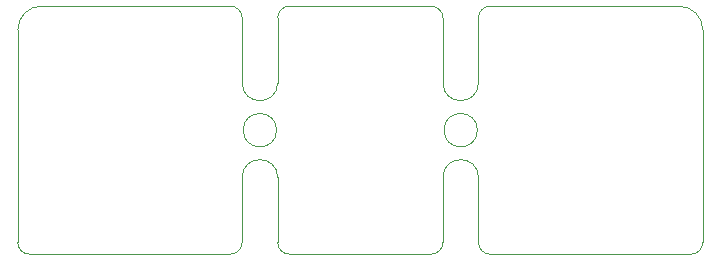
<source format=gbr>
%TF.GenerationSoftware,KiCad,Pcbnew,8.0.1*%
%TF.CreationDate,2024-04-18T14:43:13+09:00*%
%TF.ProjectId,STEP200-XA-motor-connector,53544550-3230-4302-9d58-412d6d6f746f,rev?*%
%TF.SameCoordinates,Original*%
%TF.FileFunction,Profile,NP*%
%FSLAX46Y46*%
G04 Gerber Fmt 4.6, Leading zero omitted, Abs format (unit mm)*
G04 Created by KiCad (PCBNEW 8.0.1) date 2024-04-18 14:43:13*
%MOMM*%
%LPD*%
G01*
G04 APERTURE LIST*
%TA.AperFunction,Profile*%
%ADD10C,0.100000*%
%TD*%
G04 APERTURE END LIST*
D10*
X91000000Y-62000000D02*
X91000000Y-80000000D01*
X149000000Y-62000000D02*
X149000000Y-80000000D01*
X129914214Y-70500000D02*
G75*
G02*
X127085786Y-70500000I-1414214J0D01*
G01*
X127085786Y-70500000D02*
G75*
G02*
X129914214Y-70500000I1414214J0D01*
G01*
X112914214Y-70500000D02*
G75*
G02*
X110085786Y-70500000I-1414214J0D01*
G01*
X110085786Y-70500000D02*
G75*
G02*
X112914214Y-70500000I1414214J0D01*
G01*
X131000000Y-81000000D02*
X148000000Y-81000000D01*
X114000000Y-81000000D02*
X126000000Y-81000000D01*
X92000000Y-81000000D02*
X109000000Y-81000000D01*
X109000000Y-60000000D02*
X93000000Y-60000000D01*
X126000000Y-60000000D02*
X114000000Y-60000000D01*
X147000000Y-60000000D02*
X131000000Y-60000000D01*
X131000000Y-81000000D02*
G75*
G02*
X130000000Y-80000000I0J1000000D01*
G01*
X127000000Y-80000000D02*
G75*
G02*
X126000000Y-81000000I-1000000J0D01*
G01*
X114000000Y-81000000D02*
G75*
G02*
X113000000Y-80000000I0J1000000D01*
G01*
X110000000Y-80000000D02*
G75*
G02*
X109000000Y-81000000I-1000000J0D01*
G01*
X130000000Y-61000000D02*
G75*
G02*
X131000000Y-60000000I1000000J0D01*
G01*
X126000000Y-60000000D02*
G75*
G02*
X127000000Y-61000000I0J-1000000D01*
G01*
X113000000Y-61000000D02*
G75*
G02*
X114000000Y-60000000I1000000J0D01*
G01*
X109000000Y-60000000D02*
G75*
G02*
X110000000Y-61000000I0J-1000000D01*
G01*
X127000000Y-80000000D02*
X127000000Y-74500000D01*
X130000000Y-66500000D02*
X130000000Y-61000000D01*
X127000000Y-62000000D02*
X127000000Y-61000000D01*
X127000000Y-62000000D02*
X127000000Y-66500000D01*
X130000000Y-74500000D02*
X130000000Y-80000000D01*
X127000000Y-74500000D02*
G75*
G02*
X130000000Y-74500000I1500000J0D01*
G01*
X130000000Y-66500000D02*
G75*
G02*
X127000000Y-66500000I-1500000J0D01*
G01*
X113000000Y-66500000D02*
G75*
G02*
X110000000Y-66500000I-1500000J0D01*
G01*
X110000000Y-74500000D02*
G75*
G02*
X113000000Y-74500000I1500000J0D01*
G01*
X113000000Y-74500000D02*
X113000000Y-80000000D01*
X110000000Y-80000000D02*
X110000000Y-74500000D01*
X110000000Y-62000000D02*
X110000000Y-61000000D01*
X113000000Y-66500000D02*
X113000000Y-61000000D01*
X110000000Y-62000000D02*
X110000000Y-66500000D01*
X91000000Y-62000000D02*
G75*
G02*
X93000000Y-60000000I2000000J0D01*
G01*
X92000000Y-81000000D02*
G75*
G02*
X91000000Y-80000000I0J1000000D01*
G01*
X149000000Y-80000000D02*
G75*
G02*
X148000000Y-81000000I-1000000J0D01*
G01*
X147000000Y-60000000D02*
G75*
G02*
X149000000Y-62000000I0J-2000000D01*
G01*
M02*

</source>
